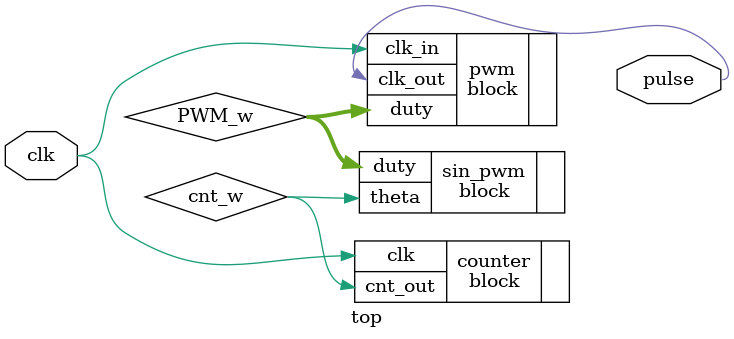
<source format=v>
module top(
	input clk,
	output pulse
	);
	
wire[7:0] PWM_w;
wire cnt_w;

block counter(
	.clk(clk),
	.cnt_out(cnt_w)
	);

block sin_pwm(
	.theta(cnt_w),
	.duty(PWM_w)
	);
	
block pwm(
	.clk_in(clk),
	.duty(PWM_w),
	.clk_out(pulse)
	);
	
endmodule

</source>
